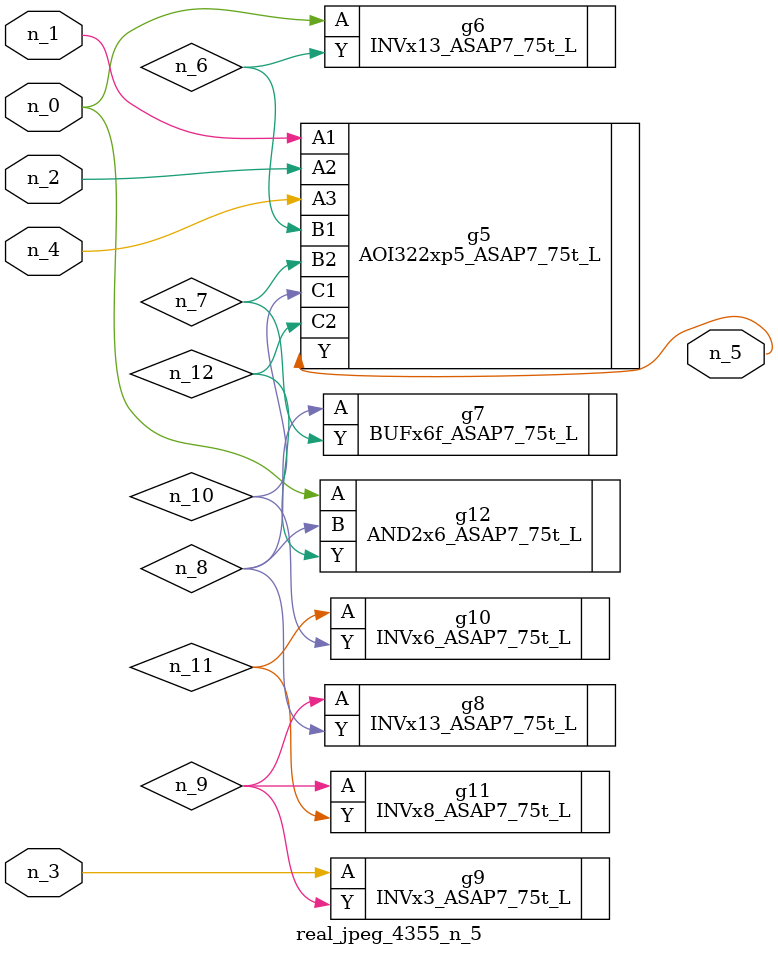
<source format=v>
module real_jpeg_4355_n_5 (n_4, n_0, n_1, n_2, n_3, n_5);

input n_4;
input n_0;
input n_1;
input n_2;
input n_3;

output n_5;

wire n_12;
wire n_8;
wire n_11;
wire n_6;
wire n_7;
wire n_10;
wire n_9;

INVx13_ASAP7_75t_L g6 ( 
.A(n_0),
.Y(n_6)
);

AND2x6_ASAP7_75t_L g12 ( 
.A(n_0),
.B(n_8),
.Y(n_12)
);

AOI322xp5_ASAP7_75t_L g5 ( 
.A1(n_1),
.A2(n_2),
.A3(n_4),
.B1(n_6),
.B2(n_7),
.C1(n_10),
.C2(n_12),
.Y(n_5)
);

INVx3_ASAP7_75t_L g9 ( 
.A(n_3),
.Y(n_9)
);

BUFx6f_ASAP7_75t_L g7 ( 
.A(n_8),
.Y(n_7)
);

INVx13_ASAP7_75t_L g8 ( 
.A(n_9),
.Y(n_8)
);

INVx8_ASAP7_75t_L g11 ( 
.A(n_9),
.Y(n_11)
);

INVx6_ASAP7_75t_L g10 ( 
.A(n_11),
.Y(n_10)
);


endmodule
</source>
